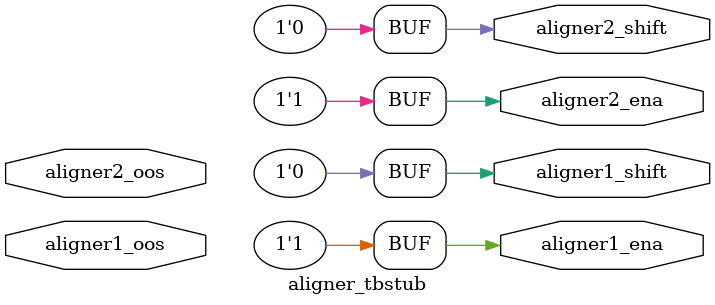
<source format=sv>


module aligner_tbstub (
  output aligner1_ena,
  output aligner1_shift,
  input  aligner1_oos,
  output aligner2_ena,
  output aligner2_shift,
  input  aligner2_oos);

  // Tie off the aligner inputs, enabling the auto-aligner and deasserting the manual bit-slip
  assign aligner1_ena   = 1'b1;
  assign aligner1_shift = 1'b0;
  assign aligner2_ena   = 1'b1;
  assign aligner2_shift = 1'b0;

endmodule

</source>
